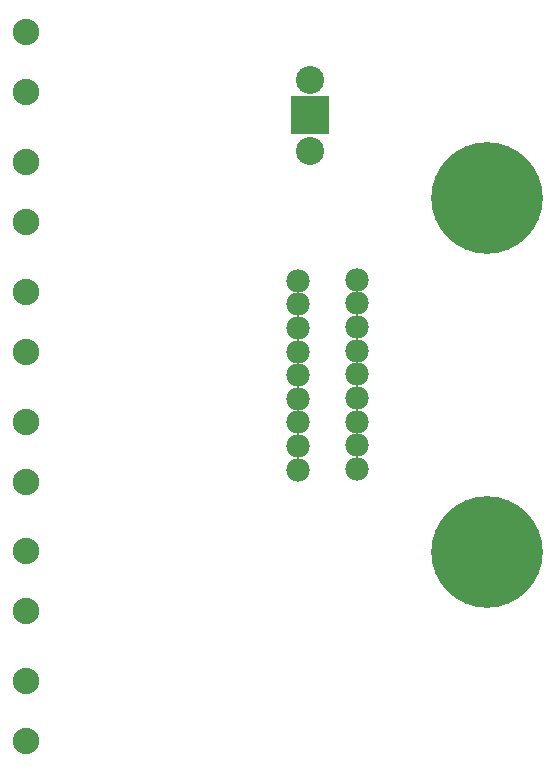
<source format=gts>
G04 MADE WITH FRITZING*
G04 WWW.FRITZING.ORG*
G04 DOUBLE SIDED*
G04 HOLES PLATED*
G04 CONTOUR ON CENTER OF CONTOUR VECTOR*
%FSLAX26Y26*%
%MOIN*%
%ADD10C,0.372204*%
%ADD11C,0.077559*%
%ADD12C,0.093307*%
%ADD13C,0.088000*%
%ADD14R,0.128110X0.128110*%
%G04MASK1*%
%FSLAX26Y26*%
%MOIN*%
D10*
X1812860Y1921872D03*
X1812860Y740780D03*
D11*
X1182940Y1646286D03*
X1182940Y1567550D03*
X1182940Y1488810D03*
X1182940Y1410070D03*
X1182940Y1331320D03*
X1182940Y1252580D03*
X1182940Y1173840D03*
X1182940Y1095100D03*
X1182940Y1016360D03*
X1378910Y1649019D03*
X1378910Y1570280D03*
X1378910Y1491540D03*
X1378910Y1412800D03*
X1378910Y1334060D03*
X1378910Y1255320D03*
X1378910Y1176580D03*
X1378910Y1097840D03*
X1378910Y1019100D03*
D12*
X1222310Y2079352D03*
X1222310Y2315574D03*
D13*
X276552Y2042719D03*
X276552Y1842719D03*
X276552Y1609641D03*
X276552Y1409640D03*
X276552Y2475786D03*
X276552Y2275786D03*
X276552Y310430D03*
X276552Y110430D03*
X276552Y1176570D03*
X276552Y976570D03*
X276552Y743500D03*
X276552Y543500D03*
D14*
X1222305Y2197464D03*
G04 End of Mask1*
M02*
</source>
